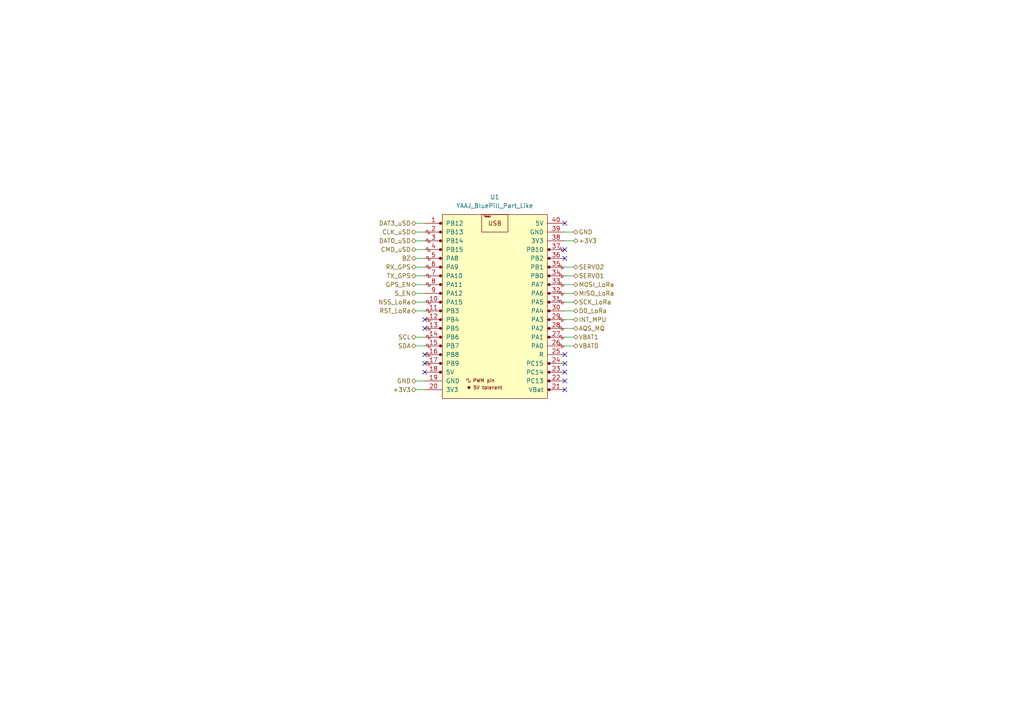
<source format=kicad_sch>
(kicad_sch (version 20230121) (generator eeschema)

  (uuid ec963ca1-a93b-4b93-97e4-9d470956db1e)

  (paper "A4")

  (title_block
    (title "mCALCAN: Placa Central")
    (date "2022-10-10")
    (rev "2_FULL")
    (company "gVIE")
    (comment 1 "Colegio: ITS Villada")
    (comment 2 "Córdoba, Argentina")
  )

  (lib_symbols
    (symbol "mCALCAN_lib:YAAJ_BluePill_Part_Like" (pin_names (offset 1.016)) (in_bom yes) (on_board yes)
      (property "Reference" "U" (at -12.7 25.4 0)
        (effects (font (size 1.27 1.27)))
      )
      (property "Value" "YAAJ_BluePill_Part_Like" (at 0 2.54 90)
        (effects (font (size 1.27 1.27)))
      )
      (property "Footprint" "" (at 17.78 -25.4 0)
        (effects (font (size 1.27 1.27)) hide)
      )
      (property "Datasheet" "" (at 17.78 -25.4 0)
        (effects (font (size 1.27 1.27)) hide)
      )
      (property "ki_keywords" "module blue pill STM32" (at 0 0 0)
        (effects (font (size 1.27 1.27)) hide)
      )
      (property "ki_description" "STM32 Blue Pill ; not KLC compliant" (at 0 0 0)
        (effects (font (size 1.27 1.27)) hide)
      )
      (symbol "YAAJ_BluePill_Part_Like_0_0"
        (circle (center -15.748 -20.32) (radius 0.3556)
          (stroke (width 0) (type default))
          (fill (type outline))
        )
        (circle (center -15.748 -17.78) (radius 0.3556)
          (stroke (width 0) (type default))
          (fill (type outline))
        )
        (circle (center -15.748 -15.24) (radius 0.3556)
          (stroke (width 0) (type default))
          (fill (type outline))
        )
        (circle (center -15.748 -12.7) (radius 0.3556)
          (stroke (width 0) (type default))
          (fill (type outline))
        )
        (circle (center -15.748 -10.16) (radius 0.3556)
          (stroke (width 0) (type default))
          (fill (type outline))
        )
        (circle (center -15.748 -7.62) (radius 0.3556)
          (stroke (width 0) (type default))
          (fill (type outline))
        )
        (circle (center -15.748 -5.08) (radius 0.3556)
          (stroke (width 0) (type default))
          (fill (type outline))
        )
        (circle (center -15.748 -2.54) (radius 0.3556)
          (stroke (width 0) (type default))
          (fill (type outline))
        )
        (circle (center -15.748 0) (radius 0.3556)
          (stroke (width 0) (type default))
          (fill (type outline))
        )
        (circle (center -15.748 2.54) (radius 0.3556)
          (stroke (width 0) (type default))
          (fill (type outline))
        )
        (circle (center -15.748 5.08) (radius 0.3556)
          (stroke (width 0) (type default))
          (fill (type outline))
        )
        (circle (center -15.748 7.62) (radius 0.3556)
          (stroke (width 0) (type default))
          (fill (type outline))
        )
        (circle (center -15.748 10.16) (radius 0.3556)
          (stroke (width 0) (type default))
          (fill (type outline))
        )
        (circle (center -15.748 12.7) (radius 0.3556)
          (stroke (width 0) (type default))
          (fill (type outline))
        )
        (circle (center -15.748 15.24) (radius 0.3556)
          (stroke (width 0) (type default))
          (fill (type outline))
        )
        (circle (center -15.748 17.78) (radius 0.3556)
          (stroke (width 0) (type default))
          (fill (type outline))
        )
        (circle (center -15.748 22.86) (radius 0.3556)
          (stroke (width 0) (type default))
          (fill (type outline))
        )
        (circle (center -7.493 -24.765) (radius 0.127)
          (stroke (width 0) (type default))
          (fill (type outline))
        )
        (circle (center -7.493 -24.765) (radius 0.254)
          (stroke (width 0) (type default))
          (fill (type none))
        )
        (circle (center -7.493 -24.765) (radius 0.3556)
          (stroke (width 0) (type default))
          (fill (type none))
        )
        (circle (center 15.748 -25.4) (radius 0.254)
          (stroke (width 0) (type default))
          (fill (type outline))
        )
        (circle (center 15.748 -25.4) (radius 0.3556)
          (stroke (width 0) (type default))
          (fill (type none))
        )
        (circle (center 15.748 -22.86) (radius 0.254)
          (stroke (width 0) (type default))
          (fill (type outline))
        )
        (circle (center 15.748 -22.86) (radius 0.3556)
          (stroke (width 0) (type default))
          (fill (type none))
        )
        (circle (center 15.748 -20.32) (radius 0.254)
          (stroke (width 0) (type default))
          (fill (type outline))
        )
        (circle (center 15.748 -20.32) (radius 0.3556)
          (stroke (width 0) (type default))
          (fill (type none))
        )
        (circle (center 15.748 -17.78) (radius 0.254)
          (stroke (width 0) (type default))
          (fill (type outline))
        )
        (circle (center 15.748 -17.78) (radius 0.3556)
          (stroke (width 0) (type default))
          (fill (type none))
        )
        (circle (center 15.748 -10.16) (radius 0.254)
          (stroke (width 0) (type default))
          (fill (type outline))
        )
        (circle (center 15.748 -10.16) (radius 0.3556)
          (stroke (width 0) (type default))
          (fill (type none))
        )
        (circle (center 15.748 -7.62) (radius 0.254)
          (stroke (width 0) (type default))
          (fill (type outline))
        )
        (circle (center 15.748 -7.62) (radius 0.3556)
          (stroke (width 0) (type default))
          (fill (type none))
        )
        (circle (center 15.748 -5.08) (radius 0.254)
          (stroke (width 0) (type default))
          (fill (type outline))
        )
        (circle (center 15.748 -5.08) (radius 0.3556)
          (stroke (width 0) (type default))
          (fill (type none))
        )
        (circle (center 15.748 -2.54) (radius 0.254)
          (stroke (width 0) (type default))
          (fill (type outline))
        )
        (circle (center 15.748 -2.54) (radius 0.3556)
          (stroke (width 0) (type default))
          (fill (type none))
        )
        (circle (center 15.748 0) (radius 0.254)
          (stroke (width 0) (type default))
          (fill (type outline))
        )
        (circle (center 15.748 0) (radius 0.3556)
          (stroke (width 0) (type default))
          (fill (type none))
        )
        (circle (center 15.748 2.54) (radius 0.254)
          (stroke (width 0) (type default))
          (fill (type outline))
        )
        (circle (center 15.748 2.54) (radius 0.3556)
          (stroke (width 0) (type default))
          (fill (type none))
        )
        (circle (center 15.748 5.08) (radius 0.254)
          (stroke (width 0) (type default))
          (fill (type outline))
        )
        (circle (center 15.748 5.08) (radius 0.3556)
          (stroke (width 0) (type default))
          (fill (type none))
        )
        (circle (center 15.748 7.62) (radius 0.254)
          (stroke (width 0) (type default))
          (fill (type outline))
        )
        (circle (center 15.748 7.62) (radius 0.3556)
          (stroke (width 0) (type default))
          (fill (type none))
        )
        (circle (center 15.748 10.16) (radius 0.254)
          (stroke (width 0) (type default))
          (fill (type outline))
        )
        (circle (center 15.748 10.16) (radius 0.3556)
          (stroke (width 0) (type default))
          (fill (type none))
        )
        (circle (center 15.748 12.7) (radius 0.254)
          (stroke (width 0) (type default))
          (fill (type outline))
        )
        (circle (center 15.748 12.7) (radius 0.3556)
          (stroke (width 0) (type default))
          (fill (type none))
        )
        (circle (center 15.748 15.24) (radius 0.254)
          (stroke (width 0) (type default))
          (fill (type outline))
        )
        (circle (center 15.748 15.24) (radius 0.3556)
          (stroke (width 0) (type default))
          (fill (type none))
        )
        (text "5V tolerant" (at -2.032 -24.765 0)
          (effects (font (size 0.9906 0.9906)))
        )
        (text "PWM pin" (at -3.175 -22.733 0)
          (effects (font (size 0.9906 0.9906)))
        )
        (text "USB" (at 0 22.86 0)
          (effects (font (size 1.27 1.27)))
        )
        (text "Y@@J" (at -2.159 24.892 0)
          (effects (font (size 0.508 0.508)))
        )
      )
      (symbol "YAAJ_BluePill_Part_Like_0_1"
        (rectangle (start -15.24 25.4) (end 15.24 -27.94)
          (stroke (width 0) (type default))
          (fill (type background))
        )
        (polyline
          (pts
            (xy -18.8468 15.24)
            (xy -18.8468 14.732)
            (xy -19.3548 14.732)
            (xy -19.3548 15.748)
            (xy -19.8628 15.748)
            (xy -19.8628 15.24)
          )
          (stroke (width 0) (type default))
          (fill (type none))
        )
        (polyline
          (pts
            (xy -18.8468 17.78)
            (xy -18.8468 17.272)
            (xy -19.3548 17.272)
            (xy -19.3548 18.288)
            (xy -19.8628 18.288)
            (xy -19.8628 17.78)
          )
          (stroke (width 0) (type default))
          (fill (type none))
        )
        (polyline
          (pts
            (xy -18.8468 20.32)
            (xy -18.8468 19.812)
            (xy -19.3548 19.812)
            (xy -19.3548 20.828)
            (xy -19.8628 20.828)
            (xy -19.8628 20.32)
          )
          (stroke (width 0) (type default))
          (fill (type none))
        )
        (polyline
          (pts
            (xy -18.796 -17.78)
            (xy -18.796 -18.288)
            (xy -19.304 -18.288)
            (xy -19.304 -17.272)
            (xy -19.812 -17.272)
            (xy -19.812 -17.78)
          )
          (stroke (width 0) (type default))
          (fill (type none))
        )
        (polyline
          (pts
            (xy -18.796 -15.24)
            (xy -18.796 -15.748)
            (xy -19.304 -15.748)
            (xy -19.304 -14.732)
            (xy -19.812 -14.732)
            (xy -19.812 -15.24)
          )
          (stroke (width 0) (type default))
          (fill (type none))
        )
        (polyline
          (pts
            (xy -18.796 -12.7)
            (xy -18.796 -13.208)
            (xy -19.304 -13.208)
            (xy -19.304 -12.192)
            (xy -19.812 -12.192)
            (xy -19.812 -12.7)
          )
          (stroke (width 0) (type default))
          (fill (type none))
        )
        (polyline
          (pts
            (xy -18.796 -10.16)
            (xy -18.796 -10.668)
            (xy -19.304 -10.668)
            (xy -19.304 -9.652)
            (xy -19.812 -9.652)
            (xy -19.812 -10.16)
          )
          (stroke (width 0) (type default))
          (fill (type none))
        )
        (polyline
          (pts
            (xy -18.796 -7.62)
            (xy -18.796 -8.128)
            (xy -19.304 -8.128)
            (xy -19.304 -7.112)
            (xy -19.812 -7.112)
            (xy -19.812 -7.62)
          )
          (stroke (width 0) (type default))
          (fill (type none))
        )
        (polyline
          (pts
            (xy -18.796 -5.08)
            (xy -18.796 -5.588)
            (xy -19.304 -5.588)
            (xy -19.304 -4.572)
            (xy -19.812 -4.572)
            (xy -19.812 -5.08)
          )
          (stroke (width 0) (type default))
          (fill (type none))
        )
        (polyline
          (pts
            (xy -18.796 -2.54)
            (xy -18.796 -3.048)
            (xy -19.304 -3.048)
            (xy -19.304 -2.032)
            (xy -19.812 -2.032)
            (xy -19.812 -2.54)
          )
          (stroke (width 0) (type default))
          (fill (type none))
        )
        (polyline
          (pts
            (xy -18.796 0)
            (xy -18.796 -0.508)
            (xy -19.304 -0.508)
            (xy -19.304 0.508)
            (xy -19.812 0.508)
            (xy -19.812 0)
          )
          (stroke (width 0) (type default))
          (fill (type none))
        )
        (polyline
          (pts
            (xy -18.796 5.08)
            (xy -18.796 4.572)
            (xy -19.304 4.572)
            (xy -19.304 5.588)
            (xy -19.812 5.588)
            (xy -19.812 5.08)
          )
          (stroke (width 0) (type default))
          (fill (type none))
        )
        (polyline
          (pts
            (xy -18.796 7.62)
            (xy -18.796 7.112)
            (xy -19.304 7.112)
            (xy -19.304 8.128)
            (xy -19.812 8.128)
            (xy -19.812 7.62)
          )
          (stroke (width 0) (type default))
          (fill (type none))
        )
        (polyline
          (pts
            (xy -18.796 10.16)
            (xy -18.796 9.652)
            (xy -19.304 9.652)
            (xy -19.304 10.668)
            (xy -19.812 10.668)
            (xy -19.812 10.16)
          )
          (stroke (width 0) (type default))
          (fill (type none))
        )
        (polyline
          (pts
            (xy -18.796 12.7)
            (xy -18.796 12.192)
            (xy -19.304 12.192)
            (xy -19.304 13.208)
            (xy -19.812 13.208)
            (xy -19.812 12.7)
          )
          (stroke (width 0) (type default))
          (fill (type none))
        )
        (polyline
          (pts
            (xy -7.112 -22.733)
            (xy -7.112 -23.241)
            (xy -7.62 -23.241)
            (xy -7.62 -22.225)
            (xy -8.128 -22.225)
            (xy -8.128 -22.733)
          )
          (stroke (width 0) (type default))
          (fill (type none))
        )
        (polyline
          (pts
            (xy 19.812 -12.7)
            (xy 19.812 -13.208)
            (xy 19.304 -13.208)
            (xy 19.304 -12.192)
            (xy 18.796 -12.192)
            (xy 18.796 -12.7)
          )
          (stroke (width 0) (type default))
          (fill (type none))
        )
        (polyline
          (pts
            (xy 19.812 -10.16)
            (xy 19.812 -10.668)
            (xy 19.304 -10.668)
            (xy 19.304 -9.652)
            (xy 18.796 -9.652)
            (xy 18.796 -10.16)
          )
          (stroke (width 0) (type default))
          (fill (type none))
        )
        (polyline
          (pts
            (xy 19.812 -7.62)
            (xy 19.812 -8.128)
            (xy 19.304 -8.128)
            (xy 19.304 -7.112)
            (xy 18.796 -7.112)
            (xy 18.796 -7.62)
          )
          (stroke (width 0) (type default))
          (fill (type none))
        )
        (polyline
          (pts
            (xy 19.812 -5.08)
            (xy 19.812 -5.588)
            (xy 19.304 -5.588)
            (xy 19.304 -4.572)
            (xy 18.796 -4.572)
            (xy 18.796 -5.08)
          )
          (stroke (width 0) (type default))
          (fill (type none))
        )
        (polyline
          (pts
            (xy 19.812 0)
            (xy 19.812 -0.508)
            (xy 19.304 -0.508)
            (xy 19.304 0.508)
            (xy 18.796 0.508)
            (xy 18.796 0)
          )
          (stroke (width 0) (type default))
          (fill (type none))
        )
        (polyline
          (pts
            (xy 19.812 2.54)
            (xy 19.812 2.032)
            (xy 19.304 2.032)
            (xy 19.304 3.048)
            (xy 18.796 3.048)
            (xy 18.796 2.54)
          )
          (stroke (width 0) (type default))
          (fill (type none))
        )
        (polyline
          (pts
            (xy 19.812 5.08)
            (xy 19.812 4.572)
            (xy 19.304 4.572)
            (xy 19.304 5.588)
            (xy 18.796 5.588)
            (xy 18.796 5.08)
          )
          (stroke (width 0) (type default))
          (fill (type none))
        )
        (polyline
          (pts
            (xy 19.812 7.62)
            (xy 19.812 7.112)
            (xy 19.304 7.112)
            (xy 19.304 8.128)
            (xy 18.796 8.128)
            (xy 18.796 7.62)
          )
          (stroke (width 0) (type default))
          (fill (type none))
        )
        (polyline
          (pts
            (xy 19.812 10.16)
            (xy 19.812 9.652)
            (xy 19.304 9.652)
            (xy 19.304 10.668)
            (xy 18.796 10.668)
            (xy 18.796 10.16)
          )
          (stroke (width 0) (type default))
          (fill (type none))
        )
        (polyline
          (pts
            (xy 19.812 15.24)
            (xy 19.812 14.732)
            (xy 19.304 14.732)
            (xy 19.304 15.748)
            (xy 18.796 15.748)
            (xy 18.796 15.24)
          )
          (stroke (width 0) (type default))
          (fill (type none))
        )
        (rectangle (start 3.81 25.4) (end -3.81 20.32)
          (stroke (width 0) (type default))
          (fill (type none))
        )
      )
      (symbol "YAAJ_BluePill_Part_Like_1_1"
        (circle (center -15.748 20.32) (radius 0.3556)
          (stroke (width 0) (type default))
          (fill (type outline))
        )
        (pin bidirectional line (at -20.32 22.86 0) (length 5.08)
          (name "PB12" (effects (font (size 1.27 1.27))))
          (number "1" (effects (font (size 1.27 1.27))))
        )
        (pin bidirectional line (at -20.32 0 0) (length 5.08)
          (name "PA15" (effects (font (size 1.27 1.27))))
          (number "10" (effects (font (size 1.27 1.27))))
        )
        (pin bidirectional line (at -20.32 -2.54 0) (length 5.08)
          (name "PB3" (effects (font (size 1.27 1.27))))
          (number "11" (effects (font (size 1.27 1.27))))
        )
        (pin bidirectional line (at -20.32 -5.08 0) (length 5.08)
          (name "PB4" (effects (font (size 1.27 1.27))))
          (number "12" (effects (font (size 1.27 1.27))))
        )
        (pin bidirectional line (at -20.32 -7.62 0) (length 5.08)
          (name "PB5" (effects (font (size 1.27 1.27))))
          (number "13" (effects (font (size 1.27 1.27))))
        )
        (pin bidirectional line (at -20.32 -10.16 0) (length 5.08)
          (name "PB6" (effects (font (size 1.27 1.27))))
          (number "14" (effects (font (size 1.27 1.27))))
        )
        (pin bidirectional line (at -20.32 -12.7 0) (length 5.08)
          (name "PB7" (effects (font (size 1.27 1.27))))
          (number "15" (effects (font (size 1.27 1.27))))
        )
        (pin bidirectional line (at -20.32 -15.24 0) (length 5.08)
          (name "PB8" (effects (font (size 1.27 1.27))))
          (number "16" (effects (font (size 1.27 1.27))))
        )
        (pin bidirectional line (at -20.32 -17.78 0) (length 5.08)
          (name "PB9" (effects (font (size 1.27 1.27))))
          (number "17" (effects (font (size 1.27 1.27))))
        )
        (pin power_in line (at -20.32 -20.32 0) (length 5.08)
          (name "5V" (effects (font (size 1.27 1.27))))
          (number "18" (effects (font (size 1.27 1.27))))
        )
        (pin power_in line (at -20.32 -22.86 0) (length 5.08)
          (name "GND" (effects (font (size 1.27 1.27))))
          (number "19" (effects (font (size 1.27 1.27))))
        )
        (pin bidirectional line (at -20.32 20.32 0) (length 5.08)
          (name "PB13" (effects (font (size 1.27 1.27))))
          (number "2" (effects (font (size 1.27 1.27))))
        )
        (pin power_in line (at -20.32 -25.4 0) (length 5.08)
          (name "3V3" (effects (font (size 1.27 1.27))))
          (number "20" (effects (font (size 1.27 1.27))))
        )
        (pin power_in line (at 20.32 -25.4 180) (length 5.08)
          (name "VBat" (effects (font (size 1.27 1.27))))
          (number "21" (effects (font (size 1.27 1.27))))
        )
        (pin bidirectional line (at 20.32 -22.86 180) (length 5.08)
          (name "PC13" (effects (font (size 1.27 1.27))))
          (number "22" (effects (font (size 1.27 1.27))))
        )
        (pin bidirectional line (at 20.32 -20.32 180) (length 5.08)
          (name "PC14" (effects (font (size 1.27 1.27))))
          (number "23" (effects (font (size 1.27 1.27))))
        )
        (pin bidirectional line (at 20.32 -17.78 180) (length 5.08)
          (name "PC15" (effects (font (size 1.27 1.27))))
          (number "24" (effects (font (size 1.27 1.27))))
        )
        (pin bidirectional line (at 20.32 -15.24 180) (length 5.08)
          (name "R" (effects (font (size 1.27 1.27))))
          (number "25" (effects (font (size 1.27 1.27))))
        )
        (pin bidirectional line (at 20.32 -12.7 180) (length 5.08)
          (name "PA0" (effects (font (size 1.27 1.27))))
          (number "26" (effects (font (size 1.27 1.27))))
        )
        (pin bidirectional line (at 20.32 -10.16 180) (length 5.08)
          (name "PA1" (effects (font (size 1.27 1.27))))
          (number "27" (effects (font (size 1.27 1.27))))
        )
        (pin bidirectional line (at 20.32 -7.62 180) (length 5.08)
          (name "PA2" (effects (font (size 1.27 1.27))))
          (number "28" (effects (font (size 1.27 1.27))))
        )
        (pin bidirectional line (at 20.32 -5.08 180) (length 5.08)
          (name "PA3" (effects (font (size 1.27 1.27))))
          (number "29" (effects (font (size 1.27 1.27))))
        )
        (pin bidirectional line (at -20.32 17.78 0) (length 5.08)
          (name "PB14" (effects (font (size 1.27 1.27))))
          (number "3" (effects (font (size 1.27 1.27))))
        )
        (pin bidirectional line (at 20.32 -2.54 180) (length 5.08)
          (name "PA4" (effects (font (size 1.27 1.27))))
          (number "30" (effects (font (size 1.27 1.27))))
        )
        (pin bidirectional line (at 20.32 0 180) (length 5.08)
          (name "PA5" (effects (font (size 1.27 1.27))))
          (number "31" (effects (font (size 1.27 1.27))))
        )
        (pin bidirectional line (at 20.32 2.54 180) (length 5.08)
          (name "PA6" (effects (font (size 1.27 1.27))))
          (number "32" (effects (font (size 1.27 1.27))))
        )
        (pin bidirectional line (at 20.32 5.08 180) (length 5.08)
          (name "PA7" (effects (font (size 1.27 1.27))))
          (number "33" (effects (font (size 1.27 1.27))))
        )
        (pin bidirectional line (at 20.32 7.62 180) (length 5.08)
          (name "PB0" (effects (font (size 1.27 1.27))))
          (number "34" (effects (font (size 1.27 1.27))))
        )
        (pin bidirectional line (at 20.32 10.16 180) (length 5.08)
          (name "PB1" (effects (font (size 1.27 1.27))))
          (number "35" (effects (font (size 1.27 1.27))))
        )
        (pin bidirectional line (at 20.32 12.7 180) (length 5.08)
          (name "PB2" (effects (font (size 1.27 1.27))))
          (number "36" (effects (font (size 1.27 1.27))))
        )
        (pin input line (at 20.32 15.24 180) (length 5.08)
          (name "PB10" (effects (font (size 1.27 1.27))))
          (number "37" (effects (font (size 1.27 1.27))))
        )
        (pin power_in line (at 20.32 17.78 180) (length 5.08)
          (name "3V3" (effects (font (size 1.27 1.27))))
          (number "38" (effects (font (size 1.27 1.27))))
        )
        (pin power_in line (at 20.32 20.32 180) (length 5.08)
          (name "GND" (effects (font (size 1.27 1.27))))
          (number "39" (effects (font (size 1.27 1.27))))
        )
        (pin bidirectional line (at -20.32 15.24 0) (length 5.08)
          (name "PB15" (effects (font (size 1.27 1.27))))
          (number "4" (effects (font (size 1.27 1.27))))
        )
        (pin power_in line (at 20.32 22.86 180) (length 5.08)
          (name "5V" (effects (font (size 1.27 1.27))))
          (number "40" (effects (font (size 1.27 1.27))))
        )
        (pin bidirectional line (at -20.32 12.7 0) (length 5.08)
          (name "PA8" (effects (font (size 1.27 1.27))))
          (number "5" (effects (font (size 1.27 1.27))))
        )
        (pin bidirectional line (at -20.32 10.16 0) (length 5.08)
          (name "PA9" (effects (font (size 1.27 1.27))))
          (number "6" (effects (font (size 1.27 1.27))))
        )
        (pin bidirectional line (at -20.32 7.62 0) (length 5.08)
          (name "PA10" (effects (font (size 1.27 1.27))))
          (number "7" (effects (font (size 1.27 1.27))))
        )
        (pin bidirectional line (at -20.32 5.08 0) (length 5.08)
          (name "PA11" (effects (font (size 1.27 1.27))))
          (number "8" (effects (font (size 1.27 1.27))))
        )
        (pin bidirectional line (at -20.32 2.54 0) (length 5.08)
          (name "PA12" (effects (font (size 1.27 1.27))))
          (number "9" (effects (font (size 1.27 1.27))))
        )
      )
    )
  )


  (no_connect (at 123.19 92.71) (uuid cc6e6dba-23d9-40ff-958b-de13adb194e0))
  (no_connect (at 123.19 95.25) (uuid cc6e6dba-23d9-40ff-958b-de13adb194e1))
  (no_connect (at 123.19 102.87) (uuid cc6e6dba-23d9-40ff-958b-de13adb194e2))
  (no_connect (at 123.19 105.41) (uuid cc6e6dba-23d9-40ff-958b-de13adb194e3))
  (no_connect (at 123.19 107.95) (uuid cc6e6dba-23d9-40ff-958b-de13adb194e4))
  (no_connect (at 163.83 74.93) (uuid cc6e6dba-23d9-40ff-958b-de13adb194e5))
  (no_connect (at 163.83 72.39) (uuid cc6e6dba-23d9-40ff-958b-de13adb194e6))
  (no_connect (at 163.83 64.77) (uuid cc6e6dba-23d9-40ff-958b-de13adb194e7))
  (no_connect (at 163.83 102.87) (uuid cc6e6dba-23d9-40ff-958b-de13adb194e8))
  (no_connect (at 163.83 105.41) (uuid cc6e6dba-23d9-40ff-958b-de13adb194e9))
  (no_connect (at 163.83 107.95) (uuid cc6e6dba-23d9-40ff-958b-de13adb194ea))
  (no_connect (at 163.83 110.49) (uuid cc6e6dba-23d9-40ff-958b-de13adb194eb))
  (no_connect (at 163.83 113.03) (uuid cc6e6dba-23d9-40ff-958b-de13adb194ec))

  (wire (pts (xy 163.83 90.17) (xy 166.37 90.17))
    (stroke (width 0) (type default))
    (uuid 0310807c-a5fe-4cb7-ab85-5e0b33db9b41)
  )
  (wire (pts (xy 163.83 85.09) (xy 166.37 85.09))
    (stroke (width 0) (type default))
    (uuid 12349149-11b7-4038-829b-947133c83af4)
  )
  (wire (pts (xy 163.83 69.85) (xy 166.37 69.85))
    (stroke (width 0) (type default))
    (uuid 145b477d-3d31-4c7b-a34d-60b74cd4f63c)
  )
  (wire (pts (xy 163.83 67.31) (xy 166.37 67.31))
    (stroke (width 0) (type default))
    (uuid 2012b0f5-edb2-4165-bea1-9f385d94466b)
  )
  (wire (pts (xy 120.65 72.39) (xy 123.19 72.39))
    (stroke (width 0) (type default))
    (uuid 233d38f0-ce82-4e03-8de4-f3edba124469)
  )
  (wire (pts (xy 163.83 95.25) (xy 166.37 95.25))
    (stroke (width 0) (type default))
    (uuid 41103d57-cffb-4b47-86c4-1b4212a7ee73)
  )
  (wire (pts (xy 120.65 69.85) (xy 123.19 69.85))
    (stroke (width 0) (type default))
    (uuid 46ca9011-bbde-48d0-8046-78bbc40cff6e)
  )
  (wire (pts (xy 120.65 100.33) (xy 123.19 100.33))
    (stroke (width 0) (type default))
    (uuid 494feda0-0a5e-4e9e-aedf-ec2b074ebdf9)
  )
  (wire (pts (xy 163.83 97.79) (xy 166.37 97.79))
    (stroke (width 0) (type default))
    (uuid 4f8734ad-8848-40a3-81f8-5ad65a36edbb)
  )
  (wire (pts (xy 120.65 113.03) (xy 123.19 113.03))
    (stroke (width 0) (type default))
    (uuid 67b43d5a-0d4c-4797-8396-a33ac457faa7)
  )
  (wire (pts (xy 163.83 77.47) (xy 166.37 77.47))
    (stroke (width 0) (type default))
    (uuid 6ed20c5b-4843-4828-93e7-70dd3be7c2d1)
  )
  (wire (pts (xy 120.65 77.47) (xy 123.19 77.47))
    (stroke (width 0) (type default))
    (uuid 785d175a-2354-4ff4-8a67-106cf44acc52)
  )
  (wire (pts (xy 120.65 82.55) (xy 123.19 82.55))
    (stroke (width 0) (type default))
    (uuid 7db7bfc4-3d21-4608-8814-2cf88745bc8a)
  )
  (wire (pts (xy 120.65 85.09) (xy 123.19 85.09))
    (stroke (width 0) (type default))
    (uuid 8b31b742-66c2-4c62-b2ca-d2de79e8b497)
  )
  (wire (pts (xy 120.65 110.49) (xy 123.19 110.49))
    (stroke (width 0) (type default))
    (uuid 9666697c-8fde-44ca-a4b5-ddaa51fdca41)
  )
  (wire (pts (xy 120.65 64.77) (xy 123.19 64.77))
    (stroke (width 0) (type default))
    (uuid 9cedea44-b1d6-4b03-a87b-7c46e83d540c)
  )
  (wire (pts (xy 163.83 92.71) (xy 166.37 92.71))
    (stroke (width 0) (type default))
    (uuid a8976d44-9115-4dd6-97cb-3e6f79414804)
  )
  (wire (pts (xy 163.83 80.01) (xy 166.37 80.01))
    (stroke (width 0) (type default))
    (uuid aaa439eb-521c-4f83-b97a-c0f659b0c058)
  )
  (wire (pts (xy 120.65 74.93) (xy 123.19 74.93))
    (stroke (width 0) (type default))
    (uuid c036f4c6-b095-4153-9127-91aef5afeea8)
  )
  (wire (pts (xy 120.65 87.63) (xy 123.19 87.63))
    (stroke (width 0) (type default))
    (uuid cfc4e7a4-a456-4deb-b853-24129e94c7db)
  )
  (wire (pts (xy 120.65 90.17) (xy 123.19 90.17))
    (stroke (width 0) (type default))
    (uuid d1c7014c-14c1-4c21-b478-22fcca0a1091)
  )
  (wire (pts (xy 163.83 87.63) (xy 166.37 87.63))
    (stroke (width 0) (type default))
    (uuid d5db37ee-2ecb-47f5-8abb-12fb6d5b9d33)
  )
  (wire (pts (xy 120.65 67.31) (xy 123.19 67.31))
    (stroke (width 0) (type default))
    (uuid eb498d88-26cb-4381-bef5-0ca4bb74ef1f)
  )
  (wire (pts (xy 120.65 80.01) (xy 123.19 80.01))
    (stroke (width 0) (type default))
    (uuid ee9ace60-4305-4d7e-86bd-86ee1e8a7592)
  )
  (wire (pts (xy 163.83 82.55) (xy 166.37 82.55))
    (stroke (width 0) (type default))
    (uuid f446c727-0e72-4dce-bb6c-0247fc7f3b05)
  )
  (wire (pts (xy 120.65 97.79) (xy 123.19 97.79))
    (stroke (width 0) (type default))
    (uuid f66161ca-3240-4417-aac5-049a315f55da)
  )
  (wire (pts (xy 163.83 100.33) (xy 166.37 100.33))
    (stroke (width 0) (type default))
    (uuid fcd549a2-7b9b-46b9-9237-6ff8ce7454a0)
  )

  (hierarchical_label "SERVO1" (shape bidirectional) (at 166.37 80.01 0) (fields_autoplaced)
    (effects (font (size 1.27 1.27)) (justify left))
    (uuid 10831d36-cb26-4af6-9e97-6502805c097d)
  )
  (hierarchical_label "GND" (shape bidirectional) (at 166.37 67.31 0) (fields_autoplaced)
    (effects (font (size 1.27 1.27)) (justify left))
    (uuid 19224137-39a1-4ba4-b36c-8e5889b93448)
  )
  (hierarchical_label "D0_LoRa" (shape bidirectional) (at 166.37 90.17 0) (fields_autoplaced)
    (effects (font (size 1.27 1.27)) (justify left))
    (uuid 1d0b33e7-ac92-4a93-934e-7f62e35746bc)
  )
  (hierarchical_label "S_EN" (shape bidirectional) (at 120.65 85.09 180) (fields_autoplaced)
    (effects (font (size 1.27 1.27)) (justify right))
    (uuid 1f288d45-ad1f-496f-86bd-6e57bb0b047b)
  )
  (hierarchical_label "NSS_LoRa" (shape bidirectional) (at 120.65 87.63 180) (fields_autoplaced)
    (effects (font (size 1.27 1.27)) (justify right))
    (uuid 2e540250-8c53-41c8-8cbe-db722eb3fa57)
  )
  (hierarchical_label "CMD_uSD" (shape bidirectional) (at 120.65 72.39 180) (fields_autoplaced)
    (effects (font (size 1.27 1.27)) (justify right))
    (uuid 309a9d6e-d779-44b0-a8b2-b69af9c7dd62)
  )
  (hierarchical_label "TX_GPS" (shape bidirectional) (at 120.65 80.01 180) (fields_autoplaced)
    (effects (font (size 1.27 1.27)) (justify right))
    (uuid 365b2d0d-b031-4e90-93d5-7ff4b2616d52)
  )
  (hierarchical_label "+3V3" (shape bidirectional) (at 166.37 69.85 0) (fields_autoplaced)
    (effects (font (size 1.27 1.27)) (justify left))
    (uuid 574f46b5-d6c0-4390-a3e5-a960f69c493a)
  )
  (hierarchical_label "AQS_MQ" (shape bidirectional) (at 166.37 95.25 0) (fields_autoplaced)
    (effects (font (size 1.27 1.27)) (justify left))
    (uuid 58777c16-ec6b-4473-a828-f57d6ff66bb8)
  )
  (hierarchical_label "GND" (shape bidirectional) (at 120.65 110.49 180) (fields_autoplaced)
    (effects (font (size 1.27 1.27)) (justify right))
    (uuid 5f31dc36-bf93-4cbc-b7b1-7c67b3c2b6df)
  )
  (hierarchical_label "SERVO2" (shape bidirectional) (at 166.37 77.47 0) (fields_autoplaced)
    (effects (font (size 1.27 1.27)) (justify left))
    (uuid 846903b5-dc31-48a7-b02c-10db20545740)
  )
  (hierarchical_label "MOSI_LoRa" (shape bidirectional) (at 166.37 82.55 0) (fields_autoplaced)
    (effects (font (size 1.27 1.27)) (justify left))
    (uuid 88be52fa-f0f3-4d8b-9d92-88c0f63446d0)
  )
  (hierarchical_label "+3V3" (shape bidirectional) (at 120.65 113.03 180) (fields_autoplaced)
    (effects (font (size 1.27 1.27)) (justify right))
    (uuid a1bde1d5-15ab-4afe-a278-3af8a99a7efa)
  )
  (hierarchical_label "RX_GPS" (shape bidirectional) (at 120.65 77.47 180) (fields_autoplaced)
    (effects (font (size 1.27 1.27)) (justify right))
    (uuid a50e0c83-5a0f-4224-ac60-a6849653d9a3)
  )
  (hierarchical_label "VBAT1" (shape bidirectional) (at 166.37 97.79 0) (fields_autoplaced)
    (effects (font (size 1.27 1.27)) (justify left))
    (uuid ab19ab96-576a-41f7-b069-f00c01754ea4)
  )
  (hierarchical_label "MISO_LoRa" (shape bidirectional) (at 166.37 85.09 0) (fields_autoplaced)
    (effects (font (size 1.27 1.27)) (justify left))
    (uuid b9a30493-971d-4dc4-a589-0973ba75e9ec)
  )
  (hierarchical_label "DAT0_uSD" (shape bidirectional) (at 120.65 69.85 180) (fields_autoplaced)
    (effects (font (size 1.27 1.27)) (justify right))
    (uuid bf325e40-9a74-4cc8-b78b-c5fde26c27a9)
  )
  (hierarchical_label "BZ" (shape bidirectional) (at 120.65 74.93 180) (fields_autoplaced)
    (effects (font (size 1.27 1.27)) (justify right))
    (uuid c24ae8ed-e1bf-4e3b-8df4-ecf97e7b46be)
  )
  (hierarchical_label "RST_LoRa" (shape bidirectional) (at 120.65 90.17 180) (fields_autoplaced)
    (effects (font (size 1.27 1.27)) (justify right))
    (uuid c38776fd-199c-4a3b-8a6f-cfee570df900)
  )
  (hierarchical_label "GPS_EN" (shape bidirectional) (at 120.65 82.55 180) (fields_autoplaced)
    (effects (font (size 1.27 1.27)) (justify right))
    (uuid c9ab4742-a9f4-4b41-8670-5cec3238603e)
  )
  (hierarchical_label "SCL" (shape bidirectional) (at 120.65 97.79 180) (fields_autoplaced)
    (effects (font (size 1.27 1.27)) (justify right))
    (uuid dd4d1544-b503-4b9f-bbd6-663ad1bd4db0)
  )
  (hierarchical_label "SCK_LoRa" (shape bidirectional) (at 166.37 87.63 0) (fields_autoplaced)
    (effects (font (size 1.27 1.27)) (justify left))
    (uuid e49620ef-f19c-47f3-9f55-fd3b16008a54)
  )
  (hierarchical_label "VBAT0" (shape bidirectional) (at 166.37 100.33 0) (fields_autoplaced)
    (effects (font (size 1.27 1.27)) (justify left))
    (uuid e98973d2-3d72-4c6c-ad60-3c011b93a178)
  )
  (hierarchical_label "CLK_uSD" (shape bidirectional) (at 120.65 67.31 180) (fields_autoplaced)
    (effects (font (size 1.27 1.27)) (justify right))
    (uuid ebcf1b9f-c81b-4447-bb9b-6c08e71b7589)
  )
  (hierarchical_label "INT_MPU" (shape bidirectional) (at 166.37 92.71 0) (fields_autoplaced)
    (effects (font (size 1.27 1.27)) (justify left))
    (uuid f09b3549-0610-417b-a7e6-50c09e361e00)
  )
  (hierarchical_label "SDA" (shape bidirectional) (at 120.65 100.33 180) (fields_autoplaced)
    (effects (font (size 1.27 1.27)) (justify right))
    (uuid fa45aab8-447c-4a82-8d1f-92e2883f948b)
  )
  (hierarchical_label "DAT3_uSD" (shape bidirectional) (at 120.65 64.77 180) (fields_autoplaced)
    (effects (font (size 1.27 1.27)) (justify right))
    (uuid fd56055a-a249-473f-805c-b7ab3f79194e)
  )

  (symbol (lib_id "mCALCAN_lib:YAAJ_BluePill_Part_Like") (at 143.51 87.63 0) (unit 1)
    (in_bom yes) (on_board yes) (dnp no) (fields_autoplaced)
    (uuid 5f75ad95-c365-433b-b30f-c0cb0756863f)
    (property "Reference" "U1" (at 143.4846 57.15 0)
      (effects (font (size 1.27 1.27)))
    )
    (property "Value" "YAAJ_BluePill_Part_Like" (at 143.4846 59.69 0)
      (effects (font (size 1.27 1.27)))
    )
    (property "Footprint" "mCALCAN_lib:YAAJ_BluePill_2" (at 161.29 113.03 0)
      (effects (font (size 1.27 1.27)) hide)
    )
    (property "Datasheet" "" (at 161.29 113.03 0)
      (effects (font (size 1.27 1.27)) hide)
    )
    (pin "1" (uuid 010a6889-ca83-4db3-b441-90b407a895da))
    (pin "10" (uuid a34a1084-08e6-4f6e-8921-71ef092ce80e))
    (pin "11" (uuid 44ecff64-3e6f-458c-a90a-d96c75e1788c))
    (pin "12" (uuid 7a64a5a8-1b62-42ce-8bba-34fce43cc0e2))
    (pin "13" (uuid 027fe48a-ebee-483d-b818-8320f26ded8a))
    (pin "14" (uuid 25219029-d05e-46dd-b95a-f1c172161a13))
    (pin "15" (uuid c11098ad-f4cf-46e4-9250-b751909d8c1b))
    (pin "16" (uuid c894f91c-7385-4fd7-9f85-e5aae8f8513e))
    (pin "17" (uuid 28aac120-0b44-4baa-b997-2934c8d42da1))
    (pin "18" (uuid 7b9bcbd9-d13c-495b-b900-d4b7fd8f99c3))
    (pin "19" (uuid bca3b439-f078-48d6-88e8-26077e86efc5))
    (pin "2" (uuid b0590856-796b-43b7-a440-43c47e535e1a))
    (pin "20" (uuid 3c3a7e8d-7212-4402-8a55-1efd8909c31d))
    (pin "21" (uuid a301729c-959d-435a-b94a-ce842f87afbb))
    (pin "22" (uuid ad10a4be-3027-4382-83cb-0a7c6049dc90))
    (pin "23" (uuid f08eab85-82ac-4b85-8f5d-0a65541ab9ad))
    (pin "24" (uuid 3f1ac55d-51bb-491b-af66-faf43854c565))
    (pin "25" (uuid d4b09c16-267b-4688-8262-4484ecac278f))
    (pin "26" (uuid a628371b-26e4-4713-b446-fbe3ebd55436))
    (pin "27" (uuid 25a1498f-5ea7-4276-bf4f-6403266d2667))
    (pin "28" (uuid 2a9924be-8f45-4c4b-8d62-dbd679f83bfb))
    (pin "29" (uuid 840b8ca0-1259-4c15-a555-868362f9799f))
    (pin "3" (uuid d5b5bef4-4500-44bf-a31f-f936a6f1229f))
    (pin "30" (uuid 838366d5-a3dd-4ef5-9b47-5dfec341b454))
    (pin "31" (uuid 426a8731-9442-4874-9345-e13341f95331))
    (pin "32" (uuid d036191c-2f8f-4b9e-a448-744f59768a4c))
    (pin "33" (uuid 11731833-da6a-4797-81e5-7093fd93a48b))
    (pin "34" (uuid 3a8f1923-5a2f-4dea-b149-fa7c6afed5f6))
    (pin "35" (uuid 0dcdecff-a0af-41a5-875d-4bfa025f74ae))
    (pin "36" (uuid 6e408735-0d1c-4a5e-a7ba-3baf3a90a0d0))
    (pin "37" (uuid f4399791-e84a-40f7-95e3-e6712c7b4f9c))
    (pin "38" (uuid 9f6a5c30-86ce-453f-81bd-dda39bf92725))
    (pin "39" (uuid 28f4f619-d8c8-4896-a298-86f19a8a8184))
    (pin "4" (uuid 998b1926-9b06-494e-8dc9-c49bb31ad126))
    (pin "40" (uuid dfc21ff1-4a80-424f-b888-e5937c7d8bbf))
    (pin "5" (uuid 9ad10868-5808-4b90-a0a5-e3ec6f65fbeb))
    (pin "6" (uuid f1d6b7c9-c5b5-4a3e-a063-d9a189506599))
    (pin "7" (uuid 32ec7534-d64e-4c50-bdff-2a6c9f933e6f))
    (pin "8" (uuid 0a07fff1-36a2-4f7c-bbcc-f445413bb14b))
    (pin "9" (uuid e9537f40-ea92-4243-9103-3293ef7644a8))
    (instances
      (project "CANSAT_PAYLOAD_MK4"
        (path "/e63e39d7-6ac0-4ffd-8aa3-1841a4541b55/1df78290-576f-4e84-be6f-8dfec107ab85"
          (reference "U1") (unit 1)
        )
      )
    )
  )
)

</source>
